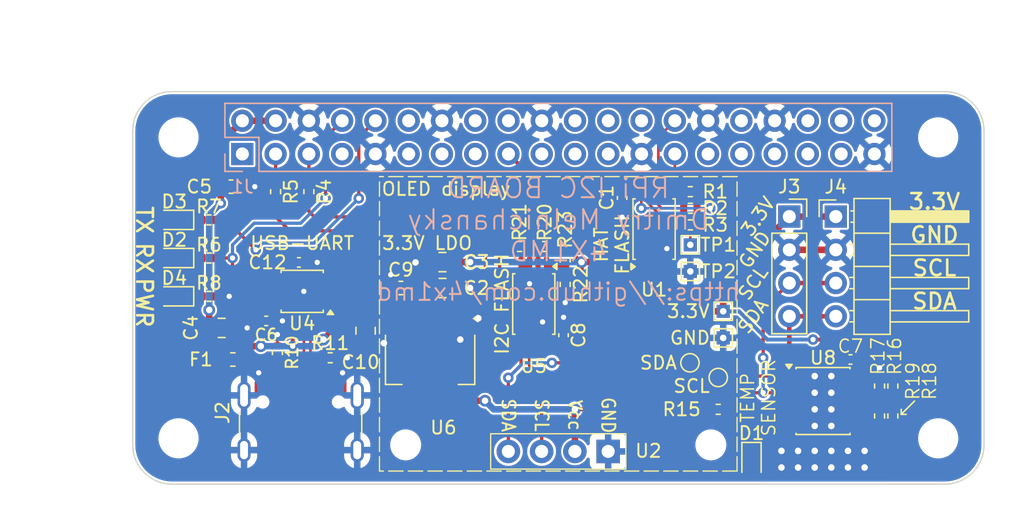
<source format=kicad_pcb>
(kicad_pcb (version 20241229) (generator "pcbnew") (generator_version "9.0")
  (title_block (title "Raspberry Pi I2C Board") (date "2025-12-28") (rev "1.0") (comment 1 "https://github.com/4x1md/rpi_zero_i2c_board") (comment 2 "4X1MD") (comment 3 "Dmitry Melnichansky") (comment 4 "Designed by"))
  (layers (0 "F.Cu" signal) (2 "B.Cu" jumper) (13 "F.Paste" user) (15 "B.Paste" user) (5 "F.SilkS" user "F.Silkscreen") (7 "B.SilkS" user "B.Silkscreen") (1 "F.Mask" user) (3 "B.Mask" user) (25 "Edge.Cuts" user))
  (net 0 "")
  (net 1 "GND")
  (net 2 "/GPIO2{slash}SDA1")
  (net 3 "/GPIO3{slash}SCL1")
  (net 4 "/GPIO4{slash}GPCLK0")
  (net 5 "/GPIO14{slash}TXD0")
  (net 6 "/GPIO15{slash}RXD0")
  (net 7 "/GPIO17")
  (net 8 "/GPIO18{slash}PCM.CLK")
  (net 9 "/GPIO27")
  (net 10 "/GPIO22")
  (net 11 "/GPIO23")
  (net 12 "/GPIO26")
  (net 13 "/GPIO24")
  (net 14 "/GPIO10{slash}SPI0.MOSI")
  (net 15 "/GPIO9{slash}SPI0.MISO")
  (net 16 "/GPIO25")
  (net 17 "/GPIO11{slash}SPI0.SCLK")
  (net 18 "/GPIO8{slash}SPI0.CE0")
  (net 19 "/GPIO7{slash}SPI0.CE1")
  (net 20 "/ID_SDA")
  (net 21 "/ID_SCL")
  (net 22 "/GPIO5")
  (net 23 "/GPIO6")
  (net 24 "/GPIO12{slash}PWM0")
  (net 25 "/GPIO13{slash}PWM1")
  (net 26 "/GPIO19{slash}PCM.FS")
  (net 27 "/GPIO16")
  (net 28 "/GPIO20{slash}PCM.DIN")
  (net 29 "/GPIO21{slash}PCM.DOUT")
  (net 30 "+5V")
  (net 31 "+3V3")
  (net 32 "/U1_WP")
  (net 33 "/SCL")
  (net 34 "/SDA")
  (net 35 "Net-(U5-A1)")
  (net 39 "Net-(U5-A0)")
  (net 42 "/CC2")
  (net 43 "/CC1")
  (net 44 "/USB_D+")
  (net 45 "/USB_D-")
  (net 46 "/VBUS")
  (net 47 "/TMP_A0")
  (net 48 "Net-(D1-A)")
  (net 49 "Net-(D1-K)")
  (net 50 "/TMP_A1")
  (net 51 "+3V3_ID")
  (net 52 "+3V3_RPI")
  (net 53 "/V3")
  (net 54 "Net-(D2-K)")
  (net 55 "Net-(D3-K)")
  (net 56 "Net-(D4-K)")
  (footprint "Resistor_SMD:R_0402_1005Metric" (layer "F.Cu") (at 113.45 77.65 -90)
    (property "Reference" "R4")
    (property "Value" "10")
  )
  (footprint "Resistor_SMD:R_0402_1005Metric" (layer "F.Cu") (at 105.8185 85.649)
    (property "Reference" "R8")
    (property "Value" "1K")
  )
  (footprint "Capacitor_SMD:C_0805_2012Metric" (layer "F.Cu") (at 123.6474 83.0328 180)
    (property "Reference" "C3")
    (property "Value" "22u")
  )
  (footprint "Footprints:MountingHole_2.7mm_M2.5_SolderMaskOpening" (layer "F.Cu") (at 161.5 73.5)
    (property "Reference" "MH2" (hide yes))
    (property "Value" "M2.5")
  )
  (footprint "Resistor_SMD:R_0402_1005Metric" (layer "F.Cu") (at 133.02 82.863 -90)
    (property "Reference" "R22")
    (property "Value" "0")
  )
  (footprint "Resistor_SMD:R_0402_1005Metric" (layer "F.Cu") (at 105.8185 79.807)
    (property "Reference" "R7")
    (property "Value" "1K")
  )
  (footprint "TestPoint:TestPoint_THTPad_1.0x1.0mm_Drill0.5mm" (layer "F.Cu") (at 142.572 83.744)
    (property "Reference" "TP2")
    (property "Value" "ID SCL")
  )
  (footprint "Connector_PinHeader_2.54mm:PinHeader_1x04_P2.54mm_Horizontal" (layer "F.Cu") (at 153.68 79.553)
    (property "Reference" "J4")
    (property "Value" "1x4 2.54mm RA")
  )
  (footprint "Capacitor_SMD:C_0402_1005Metric" (layer "F.Cu") (at 112.6894 83.056 180)
    (property "Reference" "C12")
    (property "Value" "100n")
  )
  (footprint "Resistor_SMD:R_0402_1005Metric" (layer "F.Cu") (at 144.702 94.285)
    (property "Reference" "R15")
    (property "Value" "1K")
  )
  (footprint "LED_SMD:LED_0603_1608Metric" (layer "F.Cu") (at 147.244 98.2982 -90)
    (property "Reference" "D1")
    (property "Value" "SML-310PT")
  )
  (footprint "Resistor_SMD:R_0402_1005Metric" (layer "F.Cu") (at 129.5382 81.839 180)
    (property "Reference" "R21")
    (property "Value" "0")
  )
  (footprint "LED_SMD:LED_0603_1608Metric" (layer "F.Cu") (at 103.175 79.807 180)
    (property "Reference" "D3")
    (property "Value" "SML-310MTT86")
  )
  (footprint "LED_SMD:LED_0603_1608Metric" (layer "F.Cu") (at 103.175 82.72 180)
    (property "Reference" "D2")
    (property "Value" "SML-310PT")
  )
  (footprint "Resistor_SMD:R_0402_1005Metric" (layer "F.Cu") (at 105.8185 82.72)
    (property "Reference" "R6")
    (property "Value" "1K")
  )
  (footprint "Capacitor_SMD:C_0603_1608Metric" (layer "F.Cu") (at 120.4736 85.014 180)
    (property "Reference" "C9")
    (property "Value" "100n")
  )
  (footprint "Connector_USB:USB_C_Receptacle_GCT_USB4105-xx-A_16P_TopMnt_Horizontal" (layer "F.Cu") (at 112.82 96.325)
    (property "Reference" "J2")
    (property "Value" "USB4105-GF-A-120")
  )
  (footprint "Resistor_SMD:R_0402_1005Metric" (layer "F.Cu") (at 111.049 89.9416 -90)
    (property "Reference" "R10")
    (property "Value" "5.1K")
  )
  (footprint "Resistor_SMD:R_0402_1005Metric" (layer "F.Cu") (at 157.023 94.795 -90)
    (property "Reference" "R19")
    (property "Value" "0")
  )
  (footprint "Capacitor_SMD:C_0805_2012Metric" (layer "F.Cu") (at 106.7914 88.062)
    (property "Reference" "C4")
    (property "Value" "1u")
  )
  (footprint "Resistor_SMD:R_0402_1005Metric" (layer "F.Cu") (at 115.08 90.343 180)
    (property "Reference" "R11")
    (property "Value" "5.1K")
  )
  (footprint "Resistor_SMD:R_0402_1005Metric" (layer "F.Cu") (at 131.457 81.839 180)
    (property "Reference" "R20")
    (property "Value" "0")
  )
  (footprint "TestPoint:TestPoint_Pad_D1.0mm" (layer "F.Cu") (at 142.545 90.729)
    (property "Reference" "TP5" (hide yes))
    (property "Value" "SDA")
  )
  (footprint "Resistor_SMD:R_0402_1005Metric" (layer "F.Cu") (at 157.023 92.505 90)
    (property "Reference" "R17")
    (property "Value" "0")
  )
  (footprint "Capacitor_SMD:C_0402_1005Metric" (layer "F.Cu") (at 137.365 78.128 -90)
    (property "Reference" "C1")
    (property "Value" "100n")
  )
  (footprint "Resistor_SMD:R_0402_1005Metric" (layer "F.Cu") (at 133.02 84.7366 -90)
    (property "Reference" "R23")
    (property "Value" "0")
  )
  (footprint "TestPoint:TestPoint_THTPad_1.0x1.0mm_Drill0.5mm" (layer "F.Cu") (at 145.085 88.824)
    (property "Reference" "TP4" (hide yes))
    (property "Value" "GND")
  )
  (footprint "Capacitor_SMD:C_0805_2012Metric" (layer "F.Cu") (at 123.6576 85.014)
    (property "Reference" "C2")
    (property "Value" "22u")
  )
  (footprint "TestPoint:TestPoint_THTPad_1.0x1.0mm_Drill0.5mm" (layer "F.Cu") (at 145.085 86.792)
    (property "Reference" "TP3" (hide yes))
    (property "Value" "3V3")
  )
  (footprint "Capacitor_SMD:C_0805_2012Metric" (layer "F.Cu") (at 117.78 88.275 -90)
    (property "Reference" "C10")
    (property "Value" "1u")
  )
  (footprint "Footprints:MountingHole_2.7mm_M2.5_SolderMaskOpening" (layer "F.Cu") (at 103.5 96.5)
    (property "Reference" "MH3" (hide yes))
    (property "Value" "M2.5")
  )
  (footprint "Resistor_SMD:R_0402_1005Metric" (layer "F.Cu") (at 110.91 77.65 -90)
    (property "Reference" "R5")
    (property "Value" "10")
  )
  (footprint "Fuse:Fuse_0603_1608Metric" (layer "F.Cu") (at 107.6461 90.475)
    (property "Reference" "F1")
    (property "Value" "0.5A")
  )
  (footprint "Footprints:MountingHole_2.7mm_M2.5_SolderMaskOpening" (layer "F.Cu") (at 103.5 73.5)
    (property "Reference" "MH1" (hide yes))
    (property "Value" "M2.5")
  )
  (footprint "Package_SO:SO-8_3.9x4.9mm_P1.27mm" (layer "F.Cu") (at 152.705 93.65)
    (property "Reference" "U8")
    (property "Value" "TMP1075D")
  )
  (footprint "TestPoint:TestPoint_Pad_D1.0mm" (layer "F.Cu") (at 144.704 91.85)
    (property "Reference" "TP6" (hide yes))
    (property "Value" "SDA")
  )
  (footprint "Connector_PinSocket_2.54mm:PinSocket_1x04_P2.54mm_Vertical" (layer "F.Cu") (at 150.13 79.553)
    (property "Reference" "J3")
    (property "Value" "1x4 2.54mm")
  )
  (footprint "Resistor_SMD:R_0402_1005Metric" (layer "F.Cu") (at 158.039 92.505 -90)
    (property "Reference" "R16")
    (property "Value" "0")
  )
  (footprint "Capacitor_SMD:C_0402_1005Metric" (layer "F.Cu") (at 154.8 90.475 180)
    (property "Reference" "C7")
    (property "Value" "100n")
  )
  (footprint "Resistor_SMD:R_0402_1005Metric" (layer "F.Cu") (at 142.574 78.918 180)
    (property "Reference" "R2")
    (property "Value" "3.9K")
  )
  (footprint "Capacitor_SMD:C_0402_1005Metric" (layer "F.Cu") (at 132.893 88.618 90)
    (property "Reference" "C8")
    (property "Value" "100n")
  )
  (footprint "Footprints:MountingHole_2.7mm_M2.5_SolderMaskOpening" (layer "F.Cu") (at 161.5 96.5)
    (property "Reference" "MH4" (hide yes))
    (property "Value" "M2.5")
  )
  (footprint "Package_SO:TSSOP-8_4.4x3mm_P0.65mm" (layer "F.Cu") (at 130.622 86.2355 -90)
    (property "Reference" "U5")
    (property "Value" "CAT24C256")
  )
  (footprint "Resistor_SMD:R_0402_1005Metric" (layer "F.Cu") (at 158.039 94.791 -90)
    (property "Reference" "R18")
    (property "Value" "0")
  )
  (footprint "Package_TO_SOT_SMD:SOT-223-3_TabPin2" (layer "F.Cu") (at 122.7076 90.475 -90)
    (property "Reference" "U6")
    (property "Value" "AMS1117-3.3")
  )
  (footprint "LED_SMD:LED_0603_1608Metric" (layer "F.Cu") (at 103.175 85.649 180)
    (property "Reference" "D4")
    (property "Value" "SML-310MTT86")
  )
  (footprint "TestPoint:TestPoint_THTPad_1.0x1.0mm_Drill0.5mm" (layer "F.Cu") (at 142.572 81.712)
    (property "Reference" "TP1")
    (property "Value" "ID SDA")
  )
  (footprint "Capacitor_SMD:C_0603_1608Metric" (layer "F.Cu") (at 107.506 77.267)
    (property "Reference" "C5")
    (property "Value" "100n")
  )
  (footprint "Capacitor_SMD:C_0402_1005Metric" (layer "F.Cu") (at 110.1922 87.5264)
    (property "Reference" "C6")
    (property "Value" "100n")
  )
  (footprint "Package_SO:MSOP-10_3x3mm_P0.5mm" (layer "F.Cu") (at 112.938 85.268 180)
    (property "Reference" "U4")
    (property "Value" "CH340X")
  )
  (footprint "Package_SO:TSSOP-8_4.4x3mm_P0.65mm" (layer "F.Cu") (at 139.807 80.5105 90)
    (property "Reference" "U1")
    (property "Value" "CAT24C256")
  )
  (footprint "Resistor_SMD:R_0402_1005Metric" (layer "F.Cu") (at 142.572 77.648 180)
    (property "Reference" "R1")
    (property "Value" "3.9K")
  )
  (footprint "Resistor_SMD:R_0402_1005Metric" (layer "F.Cu") (at 142.574 80.188 180)
    (property "Reference" "R3")
    (property "Value" "5.1K")
  )
  (footprint "Footprints:OLED_0.96_128X64_I2C_2MH" (layer "F.Cu") (at 132.49 87.75 180)
    (property "Reference" "U2")
    (property "Value" "OLED_0.96_128X64_I2C")
  )
  (footprint "Connector_PinSocket_2.54mm:PinSocket_2x20_P2.54mm_Vertical" (layer "B.Cu") (at 108.37 74.77 -90)
    (property "Reference" "J1")
    (property "Value" "GPIO")
  )
  (gr_line (start 158.6735 94.6665) (end 158.6735 94.285) (stroke (width 0.12)) (layer "F.SilkS"))
  (gr_line (start 159.055 94.6665) (end 158.6735 94.6665) (stroke (width 0.12)) (layer "F.SilkS"))
  (gr_line (start 158.6735 94.6665) (end 159.6905 93.6495) (stroke (width 0.12)) (layer "F.SilkS"))
  (gr_arc (start 162 70) (mid 164.12132 70.87868) (end 165 73) (stroke (width 0.1)) (layer "Edge.Cuts"))
  (gr_line (start 165 97) (end 165 73) (stroke (width 0.1)) (layer "Edge.Cuts"))
  (gr_line (start 100 73) (end 100 97) (stroke (width 0.1)) (layer "Edge.Cuts"))
  (gr_arc (start 103 100) (mid 100.87868 99.12132) (end 100 97) (stroke (width 0.1)) (layer "Edge.Cuts"))
  (gr_line (start 103 100) (end 162 100) (stroke (width 0.1)) (layer "Edge.Cuts"))
  (gr_arc (start 165 97) (mid 164.12132 99.12132) (end 162 100) (stroke (width 0.1)) (layer "Edge.Cuts"))
  (gr_arc (start 100 73) (mid 100.87868 70.87868) (end 103 70) (stroke (width 0.1)) (layer "Edge.Cuts"))
  (gr_line (start 162 70) (end 103 70) (stroke (width 0.1)) (layer "Edge.Cuts"))
  (gr_text "3.3V LDO" (at 122.479 81.585 0) (layer "F.SilkS") (effects (font (size 1 1))))
  (gr_text "3.3V" (at 161.214 78.41 0) (layer "F.SilkS") (effects (font (size 1.2 1.2) (thickness 0.2) (bold yes))))
  (gr_text "GND" (at 142.545 88.824 0) (layer "F.SilkS") (effects (font (size 1 1))))
  (gr_text "SCL" (at 147.371 84.633 55) (layer "F.SilkS") (effects (font (size 1 1))))
  (gr_text "TX" (at 100.889 79.807 270) (layer "F.SilkS") (effects (font (size 1.2 1.2) (thickness 0.2) (bold yes))))
  (gr_text "SDA" (at 161.214 86.03 0) (layer "F.SilkS") (effects (font (size 1.2 1.2) (thickness 0.2) (bold yes))))
  (gr_text "I2C FLASH" (at 128.194 86.2355 90) (layer "F.SilkS") (effects (font (size 1 1))))
  (gr_text "SCL" (at 142.672 92.507 0) (layer "F.SilkS") (effects (font (size 1 1))))
  (gr_text "GND" (at 161.214 80.95 0) (layer "F.SilkS") (effects (font (size 1.2 1.2) (thickness 0.2) (bold yes))))
  (gr_text "SCL" (at 161.214 83.49 0) (layer "F.SilkS") (effects (font (size 1.2 1.2) (thickness 0.2) (bold yes))))
  (gr_text "SDA" (at 147.371 87.173 55) (layer "F.SilkS") (effects (font (size 1 1))))
  (gr_text "3.3V" (at 147.752 79.553 55) (layer "F.SilkS") (effects (font (size 1 1))))
  (gr_text "PWR" (at 100.889 86.124 270) (layer "F.SilkS") (effects (font (size 1.2 1.2) (thickness 0.2) (bold yes))))
  (gr_text "TEMP\nSENSOR" (at 147.752 93.396 90) (layer "F.SilkS") (effects (font (size 1 1) (thickness 0.12))))
  (gr_text "OLED display" (at 118.923 78.029 0) (layer "F.SilkS") (effects (font (size 1 1)) (justify left bottom)))
  (gr_text "SDA" (at 140.132 90.729 0) (layer "F.SilkS") (effects (font (size 1 1))))
  (gr_text "HAT\nFLASH" (at 136.576 81.712 90) (layer "F.SilkS") (effects (font (size 1 1))))
  (gr_text "GND" (at 147.498 82.093 55) (layer "F.SilkS") (effects (font (size 1 1))))
  (gr_text "USB-UART" (at 112.938 81.585 0) (layer "F.SilkS") (effects (font (size 1 1))))
  (gr_text "3.3V" (at 142.418 86.792 0) (layer "F.SilkS") (effects (font (size 1 1))))
  (gr_text "RX" (at 100.889 82.72 270) (layer "F.SilkS") (effects (font (size 1.2 1.2) (thickness 0.2) (bold yes))))
  (gr_text "RPi I2C BOARD\nDmitry Melnichansky\n4X1MD" (at 132.5 79.8 0) (layer "B.SilkS") (effects (font (size 1.5 1.5)) (justify mirror)))
  (gr_text "https://github.com/4x1md" (at 132.5 85.3 0) (layer "B.SilkS") (effects (font (size 1.35 1.35)) (justify mirror)))
  (segment (start 155.28 95.555) (end 153.34 95.555) (width 0.35) (layer "F.Cu") (net 1))
  (segment (start 107.7414 88.062) (end 108.7376 88.062) (width 0.35) (layer "F.Cu") (net 1))
  (segment (start 137.365 78.608) (end 137.365 79.598) (width 0.3) (layer "F.Cu") (net 1))
  (segment (start 119.6986 83.9986) (end 119.6986 85.014) (width 0.35) (layer "F.Cu") (net 1))
  (segment (start 109.3224 77.267) (end 108.281 77.267) (width 0.35) (layer "F.Cu") (net 1))
  (segment (start 133.02 85.2466) (end 133.02 86.1316) (width 0.25) (layer "F.Cu") (net 1))
  (segment (start 150.13 82.093) (end 153.68 82.093) (width 0.5) (layer "F.Cu") (net 1))
  (segment (start 113.1694 83.056) (end 114.0864 83.056) (width 0.25) (layer "F.Cu") (net 1))
  (segment (start 153.34 91.745) (end 153.34 90.856) (width 0.3) (layer "F.Cu") (net 1))
  (segment (start 126.3906 87.325) (end 125.0076 87.325) (width 0.5) (layer "F.Cu") (net 1))
  (segment (start 111.049 89.4316) (end 111.049 88.57) (width 0.2) (layer "F.Cu") (net 1))
  (segment (start 122.7076 83.0582) (end 121.59 83.0582) (width 0.5) (layer "F.Cu") (net 1))
  (segment (start 154.32 90.475) (end 153.721 90.475) (width 0.3) (layer "F.Cu") (net 1))
  (segment (start 109.62 92.645) (end 109.62 91.491) (width 0.35) (layer "F.Cu") (net 1))
  (segment (start 139.482 83.373) (end 140.132 83.373) (width 0.25) (layer "F.Cu") (net 1))
  (segment (start 138.832 83.373) (end 139.482 83.373) (width 0.25) (layer "F.Cu") (net 1))
  (segment (start 117.78 89.225) (end 119.177 89.225) (width 0.5) (layer "F.Cu") (net 1))
  (segment (start 150.13 95.555) (end 152.07 95.555) (width 0.35) (layer "F.Cu") (net 1))
  (segment (start 157.023 95.305) (end 156.511 95.305) (width 0.2) (layer "F.Cu") (net 1))
  (segment (start 124.6076 85.014) (end 125.7556 85.014) (width 0.5) (layer "F.Cu") (net 1))
  (segment (start 132.893 87.2492) (end 132.893 88.138) (width 0.25) (layer "F.Cu") (net 1))
  (segment (start 125.0076 88.951) (end 125.0076 87.325) (width 0.5) (layer "F.Cu") (net 1))
  (segment (start 157.023 91.11) (end 157.023 91.995) (width 0.2) (layer "F.Cu") (net 1))
  (segment (start 106.3285 85.649) (end 107.366 85.649) (width 0.25) (layer "F.Cu") (net 1))
  (segment (start 140.132 83.373) (end 140.782 83.373) (width 0.25) (layer "F.Cu") (net 1))
  (segment (start 153.34 90.856) (end 153.721 90.475) (width 0.3) (layer "F.Cu") (net 1))
  (segment (start 115.59 90.343) (end 116.383 90.343) (width 0.2) (layer "F.Cu") (net 1))
  (segment (start 116.02 92.645) (end 116.02 91.491) (width 0.35) (layer "F.Cu") (net 1))
  (segment (start 110.6722 87.5264) (end 111.43 87.5264) (width 0.25) (layer "F.Cu") (net 1))
  (segment (start 129.647 83.373) (end 129.647 82.4578) (width 0.25) (layer "F.Cu") (net 1))
  (segment (start 155.28 95.555) (end 156.261 95.555) (width 0.2) (layer "F.Cu") (net 1))
  (segment (start 115.0505 85.268) (end 113.065 85.268) (width 0.25) (layer "F.Cu") (net 1))
  (segment (start 130.947 89.098) (end 130.947 87.9506) (width 0.25) (layer "F.Cu") (net 1))
  (segment (start 140.782 83.373) (end 140.782 82) (width 0.25) (layer "F.Cu") (net 1))
  (segment (start 129.647 82.4578) (end 129.0282 81.839) (width 0.25) (layer "F.Cu") (net 1))
  (segment (start 130.947 87.9506) (end 131.2928 87.6048) (width 0.25) (layer "F.Cu") (net 1))
  (segment (start 130.297 83.373) (end 130.297 84.6838) (width 0.25) (layer "F.Cu") (net 1))
  (segment (start 129.647 83.373) (end 130.297 83.373) (width 0.25) (layer "F.Cu") (net 1))
  (segment (start 156.511 95.305) (end 156.261 95.555) (width 0.2) (layer "F.Cu") (net 1))
  (via (at 153.34 94.285) (size 0.9) (drill 0.5) (layers "F.Cu" "B.Cu") (net 1))
  (via (at 153.34 98.73) (size 0.9) (drill 0.5) (layers "F.Cu" "B.Cu") (net 1))
  (via (at 132.893 87.2492) (size 0.8) (drill 0.4) (layers "F.Cu" "B.Cu") (net 1))
  (via (at 157.023 91.11) (size 0.8) (drill 0.4) (layers "F.Cu" "B.Cu") (net 1))
  (via (at 109.3224 77.267) (size 0.8) (drill 0.4) (layers "F.Cu" "B.Cu") (net 1))
  (via (at 155.88 97.46) (size 0.9) (drill 0.5) (layers "F.Cu" "B.Cu") (net 1))
  (via (at 109.62 91.491) (size 0.8) (drill 0.4) (layers "F.Cu" "B.Cu") (net 1))
  (via (at 113.065 85.268) (size 0.8) (drill 0.4) (layers "F.Cu" "B.Cu") (net 1))
  (via (at 137.365 79.598) (size 0.8) (drill 0.4) (layers "F.Cu" "B.Cu") (net 1))
  (via (at 154.61 97.46) (size 0.9) (drill 0.5) (layers "F.Cu" "B.Cu") (net 1))
  (via (at 153.34 91.745) (size 0.9) (drill 0.5) (layers "F.Cu" "B.Cu") (net 1))
  (via (at 111.43 87.5264) (size 0.8) (drill 0.4) (layers "F.Cu" "B.Cu") (net 1))
  (via (at 154.61 98.73) (size 0.9) (drill 0.5) (layers "F.Cu" "B.Cu") (net 1))
  (via (at 153.34 93.015) (size 0.9) (drill 0.5) (layers "F.Cu" "B.Cu") (net 1))
  (via (at 152.07 93.015) (size 0.9) (drill 0.5) (layers "F.Cu" "B.Cu") (net 1))
  (via (at 126.3906 87.325) (size 0.9) (drill 0.5) (layers "F.Cu" "B.Cu") (net 1))
  (via (at 114.0864 83.056) (size 0.8) (drill 0.4) (layers "F.Cu" "B.Cu") (net 1))
  (via (at 108.7376 88.062) (size 0.8) (drill 0.4) (layers "F.Cu" "B.Cu") (net 1))
  (via (at 150.8 97.46) (size 0.9) (drill 0.5) (layers "F.Cu" "B.Cu") (net 1))
  (via (at 130.297 84.6838) (size 0.8) (drill 0.4) (layers "F.Cu" "B.Cu") (net 1))
  (via (at 140.782 82) (size 0.8) (drill 0.4) (layers "F.Cu" "B.Cu") (net 1))
  (via (at 116.383 90.343) (size 0.8) (drill 0.4) (layers "F.Cu" "B.Cu") (net 1))
  (via (at 152.07 91.745) (size 0.9) (drill 0.5) (layers "F.Cu" "B.Cu") (net 1))
  (via (at 116.02 91.491) (size 0.8) (drill 0.4) (layers "F.Cu" "B.Cu") (net 1))
  (via (at 149.53 97.46) (size 0.9) (drill 0.5) (layers "F.Cu" "B.Cu") (net 1))
  (via (at 152.07 95.555) (size 0.9) (drill 0.5) (layers "F.Cu" "B.Cu") (net 1))
  (via (at 149.53 98.73) (size 0.9) (drill 0.5) (layers "F.Cu" "B.Cu") (net 1))
  (via (at 111.049 88.57) (size 0.8) (drill 0.4) (layers "F.Cu" "B.Cu") (net 1))
  (via (at 152.07 94.285) (size 0.9) (drill 0.5) (layers "F.Cu" "B.Cu") (net 1))
  (via (at 107.366 85.649) (size 0.8) (drill 0.4) (layers "F.Cu" "B.Cu") (net 1))
  (via (at 153.34 95.555) (size 0.9) (drill 0.5) (layers "F.Cu" "B.Cu") (net 1))
  (via (at 133.02 86.1316) (size 0.8) (drill 0.4) (layers "F.Cu" "B.Cu") (net 1))
  (via (at 152.07 98.73) (size 0.9) (drill 0.5) (layers "F.Cu" "B.Cu") (net 1))
  (via (at 155.88 98.73) (size 0.9) (drill 0.5) (layers "F.Cu" "B.Cu") (net 1))
  (via (at 152.07 97.46) (size 0.9) (drill 0.5) (layers "F.Cu" "B.Cu") (net 1))
  (via (at 119.177 89.225) (size 0.9) (drill 0.5) (layers "F.Cu" "B.Cu") (net 1))
  (via (at 131.2928 87.6048) (size 0.8) (drill 0.4) (layers "F.Cu" "B.Cu") (net 1))
  (via (at 119.6986 83.9986) (size 0.8) (drill 0.4) (layers "F.Cu" "B.Cu") (net 1))
  (via (at 150.8 98.73) (size 0.9) (drill 0.5) (layers "F.Cu" "B.Cu") (net 1))
  (via (at 125.0076 88.951) (size 0.9) (drill 0.5) (layers "F.Cu" "B.Cu") (net 1))
  (via (at 153.34 97.46) (size 0.9) (drill 0.5) (layers "F.Cu" "B.Cu") (net 1))
  (via (at 121.59 83.0582) (size 0.9) (drill 0.5) (layers "F.Cu" "B.Cu") (net 1))
  (via (at 125.7556 85.014) (size 0.9) (drill 0.5) (layers "F.Cu" "B.Cu") (net 1))
  (segment (start 110.91 74.77) (end 110.91 77.14) (width 0.25) (layer "F.Cu") (net 2))
  (segment (start 113.45 74.77) (end 113.45 77.14) (width 0.25) (layer "F.Cu") (net 3))
  (segment (start 115.99 72.23) (end 114.72 73.5) (width 0.25) (layer "F.Cu") (net 5))
  (segment (start 110.8255 85.768) (end 109.017 85.768) (width 0.25) (layer "F.Cu") (net 5))
  (segment (start 114.72 73.5) (end 114.72 77.775) (width 0.25) (layer "F.Cu") (net 5))
  (segment (start 106.3285 82.72) (end 107.62 82.72) (width 0.25) (layer "F.Cu") (net 5))
  (segment (start 107.62 82.72) (end 107.62 84.371) (width 0.25) (layer "F.Cu") (net 5))
  (segment (start 107.62 84.371) (end 109.017 85.768) (width 0.25) (layer "F.Cu") (net 5))
  (via (at 107.62 82.72) (size 0.8) (drill 0.4) (layers "F.Cu" "B.Cu") (net 5))
  (via (at 114.72 78.16) (size 0.8) (drill 0.4) (layers "F.Cu" "B.Cu") (net 5))
  (segment (start 112.819 80.061) (end 109.271 80.061) (width 0.25) (layer "B.Cu") (net 5))
  (segment (start 114.72 78.16) (end 112.819 80.061) (width 0.25) (layer "B.Cu") (net 5))
  (segment (start 107.62 82.72) (end 107.62 81.712) (width 0.25) (layer "B.Cu") (net 5))
  (segment (start 107.62 81.712) (end 109.271 80.061) (width 0.25) (layer "B.Cu") (net 5))
  (segment (start 106.3285 79.807) (end 107.112 79.807) (width 0.25) (layer "F.Cu") (net 6))
  (segment (start 109.398 84.955) (end 109.398 82.093) (width 0.25) (layer "F.Cu") (net 6))
  (segment (start 117.26 77.775) (end 117.26 73.5) (width 0.25) (layer "F.Cu") (net 6))
  (segment (start 117.26 73.5) (end 118.53 72.23) (width 0.25) (layer "F.Cu") (net 6))
  (segment (start 109.711 85.268) (end 109.398 84.955) (width 0.25) (layer "F.Cu") (net 6))
  (segment (start 107.112 79.807) (end 109.398 82.093) (width 0.25) (layer "F.Cu") (net 6))
  (segment (start 110.8255 85.268) (end 109.711 85.268) (width 0.25) (layer "F.Cu") (net 6))
  (via (at 117.26 78.16) (size 0.8) (drill 0.4) (layers "F.Cu" "B.Cu") (net 6))
  (via (at 109.398 82.093) (size 0.8) (drill 0.4) (layers "F.Cu" "B.Cu") (net 6))
  (segment (start 109.91 81.581) (end 109.398 82.093) (width 0.25) (layer "B.Cu") (net 6))
  (segment (start 113.839 81.581) (end 109.91 81.581) (width 0.25) (layer "B.Cu") (net 6))
  (segment (start 117.26 78.16) (end 113.839 81.581) (width 0.25) (layer "B.Cu") (net 6))
  (segment (start 140.782 77.648) (end 142.062 77.648) (width 0.2) (layer "F.Cu") (net 20))
  (segment (start 142.064 77.648) (end 140.782 77.648) (width 0.2) (layer "F.Cu") (net 20))
  (segment (start 140.782 76.605) (end 141.39 75.997) (width 0.2) (layer "F.Cu") (net 20))
  (segment (start 141.39 74.77) (end 141.39 75.997) (width 0.2) (layer "F.Cu") (net 20))
  (segment (start 140.782 77.648) (end 140.782 76.605) (width 0.2) (layer "F.Cu") (net 20))
  (segment (start 140.132 78.664) (end 140.132 77.648) (width 0.2) (layer "F.Cu") (net 21))
  (segment (start 140.132 73.488) (end 140.132 77.648) (width 0.2) (layer "F.Cu") (net 21))
  (segment (start 141.39 72.23) (end 140.132 73.488) (width 0.2) (layer "F.Cu") (net 21))
  (segment (start 140.386 78.918) (end 140.132 78.664) (width 0.2) (layer "F.Cu") (net 21))
  (segment (start 142.064 78.918) (end 140.386 78.918) (width 0.2) (layer "F.Cu") (net 21))
  (segment (start 112.2174 84.76) (end 112.2174 83.064) (width 0.3) (layer "F.Cu") (net 30))
  (segment (start 117.78 87.325) (end 116.196 87.325) (width 0.5) (layer "F.Cu") (net 30))
  (segment (start 109.779 89.459) (end 107.8746 89.459) (width 0.5) (layer "F.Cu") (net 30))
  (segment (start 107.8746 89.459) (end 106.8586 90.475) (width 0.5) (layer "F.Cu") (net 30))
  (segment (start 105.8414 88.062) (end 105.8414 89.4578) (width 0.5) (layer "F.Cu") (net 30))
  (segment (start 117.78 87.325) (end 120.4076 87.325) (width 0.5) (layer "F.Cu") (net 30))
  (segment (start 112.2174 83.064) (end 112.2094 83.056) (width 0.25) (layer "F.Cu") (net 30))
  (segment (start 112.2174 84.76) (end 112.2174 89.459) (width 0.3) (layer "F.Cu") (net 30))
  (segment (start 106.731 78.283) (end 106.731 77.267) (width 0.5) (layer "F.Cu") (net 30))
  (segment (start 110.91 72.23) (end 108.37 72.23) (width 0.5) (layer "F.Cu") (net 30))
  (segment (start 106.731 77.267) (end 106.731 73.869) (width 0.5) (layer "F.Cu") (net 30))
  (segment (start 112.2094 84.768) (end 112.2174 84.76) (width 0.25) (layer "F.Cu") (net 30))
  (segment (start 108.37 72.23) (end 106.731 73.869) (width 0.5) (layer "F.Cu") (net 30))
  (segment (start 116.196 87.325) (end 114.57 88.951) (width 0.5) (layer "F.Cu") (net 30))
  (segment (start 105.8414 88.316) (end 105.8414 86.6904) (width 0.5) (layer "F.Cu") (net 30))
  (segment (start 110.8255 84.768) (end 112.2094 84.768) (width 0.25) (layer "F.Cu") (net 30))
  (segment (start 105.8414 89.4578) (end 106.8586 90.475) (width 0.5) (layer "F.Cu") (net 30))
  (via (at 109.779 89.459) (size 0.9) (drill 0.5) (layers "F.Cu" "B.Cu") (net 30))
  (via (at 106.731 78.537) (size 0.8) (drill 0.4) (layers "F.Cu" "B.Cu") (net 30))
  (via (at 105.8414 86.6904) (size 0.9) (drill 0.5) (layers "F.Cu" "B.Cu") (net 30))
  (via (at 112.2174 89.459) (size 0.8) (drill 0.4) (layers "F.Cu" "B.Cu") (net 30))
  (via (at 114.57 88.951) (size 0.9) (drill 0.5) (layers "F.Cu" "B.Cu") (net 30))
  (segment (start 105.8414 86.6904) (end 105.8414 79.4266) (width 0.5) (layer "B.Cu") (net 30))
  (segment (start 105.8414 79.4266) (end 106.731 78.537) (width 0.5) (layer "B.Cu") (net 30))
  (segment (start 109.779 89.459) (end 114.062 89.459) (width 0.5) (layer "B.Cu") (net 30))
  (segment (start 114.062 89.459) (end 114.57 88.951) (width 0.5) (layer "B.Cu") (net 30))
  (segment (start 124.5974 83.0328) (end 124.5974 83.1242) (width 0.5) (layer "F.Cu") (net 31))
  (segment (start 155.28 89.84) (end 155.28 90.475) (width 0.3) (layer "F.Cu") (net 31))
  (segment (start 131.967 81.839) (end 132.506 81.839) (width 0.25) (layer "F.Cu") (net 31))
  (segment (start 145.085 84.598) (end 150.13 79.553) (width 0.5) (layer "F.Cu") (net 31))
  (segment (start 158.7375 93.523) (end 158.7375 92.6935) (width 0.2) (layer "F.Cu") (net 31))
  (segment (start 119.9386 93.625) (end 122.7076 93.625) (width 0.35) (layer "F.Cu") (net 31))
  (segment (start 151.943 88.951) (end 154.391 88.951) (width 0.3) (layer "F.Cu") (net 31))
  (segment (start 118.6436 94.92) (end 119.9386 93.625) (width 0.35) (layer "F.Cu") (net 31))
  (segment (start 157.404 90.221) (end 158.039 90.856) (width 0.2) (layer "F.Cu") (net 31))
  (segment (start 124.5974 83.1242) (end 122.7076 85.014) (width 0.5) (layer "F.Cu") (net 31))
  (segment (start 158.7375 93.523) (end 158.7375 93.5825) (width 0.2) (layer "F.Cu") (net 31))
  (segment (start 102.3875 79.807) (end 102.3875 82.72) (width 0.35) (layer "F.Cu") (net 31))
  (segment (start 158.039 90.856) (end 158.039 91.995) (width 0.2) (layer "F.Cu") (net 31))
  (segment (start 122.7076 93.625) (end 126.8982 93.625) (width 0.5) (layer "F.Cu") (net 31))
  (segment (start 155.28 90.475) (end 156.134 90.475) (width 0.2) (layer "F.Cu") (net 31))
  (segment (start 102.3875 82.72) (end 102.3875 85.649) (width 0.35) (layer "F.Cu") (net 31))
  (segment (start 131.597 89.098) (end 132.893 89.098) (width 0.35) (layer "F.Cu") (net 31))
  (segment (start 154.391 88.951) (end 155.28 89.84) (width 0.3) (layer "F.Cu") (net 31))
  (segment (start 102.3875 89.9415) (end 107.366 94.92) (width 0.35) (layer "F.Cu") (net 31))
  (segment (start 134.2646 83.0328) (end 135.7124 83.0328) (width 0.5) (layer "F.Cu") (net 31))
  (segment (start 102.3875 85.649) (end 102.3875 89.9415) (width 0.35) (layer "F.Cu") (net 31))
  (segment (start 132.506 81.839) (end 133.02 82.353) (width 0.25) (layer "F.Cu") (net 31))
  (segment (start 155.28 90.475) (end 155.28 91.745) (width 0.3) (layer "F.Cu") (net 31))
  (segment (start 133.5848 82.353) (end 134.2646 83.0328) (width 0.25) (layer "F.Cu") (net 31))
  (segment (start 139.4716 86.792) (end 145.085 86.792) (width 0.5) (layer "F.Cu") (net 31))
  (segment (start 134.2646 83.0328) (end 134.2646 88.2652) (width 0.35) (layer "F.Cu") (net 31))
  (segment (start 126.8982 93.625) (end 126.8986 93.6246) (width 0.5) (layer "F.Cu") (net 31))
  (segment (start 132.893 89.098) (end 133.4318 89.098) (width 0.35) (layer "F.Cu") (net 31))
  (segment (start 133.02 82.353) (end 133.5848 82.353) (width 0.25) (layer "F.Cu") (net 31))
  (segment (start 139.4716 86.792) (end 135.7124 83.0328) (width 0.5) (layer "F.Cu") (net 31))
  (segment (start 107.366 94.92) (end 118.6436 94.92) (width 0.35) (layer "F.Cu") (net 31))
  (segment (start 121.2486 85.014) (end 122.7076 85.014) (width 0.5) (layer "F.Cu") (net 31))
  (segment (start 122.7076 87.325) (end 122.7076 85.014) (width 0.5) (layer "F.Cu") (net 31))
  (segment (start 158.7375 93.5825) (end 158.039 94.281) (width 0.2) (layer "F.Cu") (net 31))
  (segment (start 133.4318 89.098) (end 134.2646 88.2652) (width 0.35) (layer "F.Cu") (net 31))
  (segment (start 133.76 97.5) (end 133.76 94.285) (width 0.5) (layer "F.Cu") (net 31))
  (segment (start 125.7556 83.0328) (end 124.5974 83.0328) (width 0.5) (layer "F.Cu") (net 31))
  (segment (start 157.404 90.221) (end 156.388 90.221) (width 0.2) (layer "F.Cu") (net 31))
  (segment (start 158.7375 92.6935) (end 158.039 91.995) (width 0.2) (layer "F.Cu") (net 31))
  (segment (start 150.13 79.553) (end 153.68 79.553) (width 0.5) (layer "F.Cu") (net 31))
  (segment (start 145.085 86.792) (end 145.085 84.598) (width 0.5) (layer "F.Cu") (net 31))
  (segment (start 156.388 90.221) (end 156.134 90.475) (width 0.2) (layer "F.Cu") (net 31))
  (segment (start 144.192 94.285) (end 133.76 94.285) (width 0.3) (layer "F.Cu") (net 31))
  (segment (start 122.7076 93.625) (end 122.7076 87.325) (width 0.5) (layer "F.Cu") (net 31))
  (via (at 151.943 88.951) (size 0.8) (drill 0.4) (layers "F.Cu" "B.Cu") (net 31))
  (via (at 125.7556 83.0328) (size 0.9) (drill 0.5) (layers "F.Cu" "B.Cu") (net 31))
  (via (at 134.2646 83.0328) (size 0.9) (drill 0.5) (layers "F.Cu" "B.Cu") (net 31))
  (via (at 133.76 94.285) (size 0.9) (drill 0.5) (layers "F.Cu" "B.Cu") (net 31))
  (via (at 126.8986 93.6246) (size 0.9) (drill 0.5) (layers "F.Cu" "B.Cu") (net 31))
  (segment (start 145.093 86.8) (end 146.3 86.8) (width 0.3) (layer "B.Cu") (net 31))
  (segment (start 127.559 94.285) (end 126.8986 93.6246) (width 0.5) (layer "B.Cu") (net 31))
  (segment (start 145.085 86.792) (end 145.093 86.8) (width 0.3) (layer "B.Cu") (net 31))
  (segment (start 146.3 86.8) (end 148.451 88.951) (width 0.3) (layer "B.Cu") (net 31))
  (segment (start 125.527 83.0328) (end 134.2646 83.0328) (width 0.5) (layer "B.Cu") (net 31))
  (segment (start 133.76 94.285) (end 127.559 94.285) (width 0.5) (layer "B.Cu") (net 31))
  (segment (start 148.451 88.951) (end 151.943 88.951) (width 0.3) (layer "B.Cu") (net 31))
  (segment (start 142.572 80.696) (end 142.064 80.188) (width 0.2) (layer "F.Cu") (net 32))
  (segment (start 139.482 77.648) (end 139.482 78.664) (width 0.2) (layer "F.Cu") (net 32))
  (segment (start 141.006 80.188) (end 139.482 78.664) (width 0.2) (layer "F.Cu") (net 32))
  (segment (start 142.064 80.188) (end 141.006 80.188) (width 0.2) (layer "F.Cu") (net 32))
  (segment (start 142.572 81.712) (end 142.572 80.696) (width 0.2) (layer "F.Cu") (net 32))
  (segment (start 145.6726 91.85) (end 144.704 91.85) (width 0.25) (layer "F.Cu") (net 33))
  (segment (start 131.22 97.5) (end 131.22 91.85) (width 0.25) (layer "F.Cu") (net 33))
  (segment (start 113.45 78.16) (end 113.45 79.16) (width 0.25) (layer "F.Cu") (net 33))
  (segment (start 113.8684 79.5784) (end 127.0764 79.5784) (width 0.25) (layer "F.Cu") (net 33))
  (segment (start 113.45 79.16) (end 113.8684 79.5784) (width 0.25) (layer "F.Cu") (net 33))
  (segment (start 148.133 90.348) (end 148.133 86.63) (width 0.25) (layer "F.Cu") (net 33))
  (segment (start 148.133 86.63) (end 150.13 84.633) (width 0.25) (layer "F.Cu") (net 33))
  (segment (start 130.297 90.927) (end 131.22 91.85) (width 0.25) (layer "F.Cu") (net 33))
  (segment (start 130.297 86.9138) (end 128.0162 84.633) (width 0.25) (layer "F.Cu") (net 33))
  (segment (start 150.13 84.633) (end 153.68 84.633) (width 0.35) (layer "F.Cu") (net 33))
  (segment (start 130.297 89.098) (end 130.297 90.927) (width 0.25) (layer "F.Cu") (net 33))
  (segment (start 127.0764 79.5784) (end 128.0162 80.5182) (width 0.25) (layer "F.Cu") (net 33))
  (segment (start 128.0162 80.5182) (end 128.0162 84.633) (width 0.25) (layer "F.Cu") (net 33))
  (segment (start 146.8376 93.015) (end 150.13 93.015) (width 0.25) (layer "F.Cu") (net 33))
  (segment (start 146.8376 93.015) (end 145.6726 91.85) (width 0.25) (layer "F.Cu") (net 33))
  (segment (start 130.297 89.098) (end 130.297 86.9138) (width 0.25) (layer "F.Cu") (net 33))
  (segment (start 144.704 91.85) (end 131.22 91.85) (width 0.25) (layer "F.Cu") (net 33))
  (via (at 148.133 93.015) (size 0.8) (drill 0.4) (layers "F.Cu" "B.Cu") (net 33))
  (via (at 148.133 90.348) (size 0.8) (drill 0.4) (layers "F.Cu" "B.Cu") (net 33))
  (segment (start 148.133 93.015) (end 148.133 90.348) (width 0.25) (layer "B.Cu") (net 33))
  (segment (start 126.924 85.141) (end 126.924 81.585) (width 0.25) (layer "F.Cu") (net 34))
  (segment (start 129.647 87.864) (end 126.924 85.141) (width 0.25) (layer "F.Cu") (net 34))
  (segment (start 150.13 91.745) (end 147.117 91.745) (width 0.25) (layer "F.Cu") (net 34))
  (segment (start 150.13 87.173) (end 153.68 87.173) (width 0.35) (layer "F.Cu") (net 34))
  (segment (start 150.13 91.745) (end 150.13 87.173) (width 0.35) (layer "F.Cu") (net 34))
  (segment (start 126.924 81.585) (end 125.9842 80.6452) (width 0.25) (layer "F.Cu") (net 34))
  (segment (start 146.101 90.729) (end 142.164 90.729) (width 0.25) (layer "F.Cu") (net 34))
  (segment (start 129.647 89.098) (end 129.647 87.864) (width 0.25) (layer "F.Cu") (net 34))
  (segment (start 147.117 91.745) (end 146.101 90.729) (width 0.25) (layer "F.Cu") (net 34))
  (segment (start 125.9842 80.6452) (end 111.9888 80.6452) (width 0.25) (layer "F.Cu") (net 34))
  (segment (start 142.164 90.729) (end 132.004 90.729) (width 0.25) (layer "F.Cu") (net 34))
  (segment (start 129.647 90.902) (end 129.647 89.098) (width 0.25) (layer "F.Cu") (net 34))
  (segment (start 128.68 91.869) (end 129.647 90.902) (width 0.25) (layer "F.Cu") (net 34))
  (segment (start 111.9888 80.6452) (end 110.91 79.5664) (width 0.25) (layer "F.Cu") (net 34))
  (segment (start 128.68 97.5) (end 128.68 91.869) (width 0.25) (layer "F.Cu") (net 34))
  (segment (start 110.91 79.5664) (end 110.91 78.16) (width 0.25) (layer "F.Cu") (net 34))
  (via (at 128.68 91.869) (size 0.8) (drill 0.4) (layers "F.Cu" "B.Cu") (net 34))
  (via (at 132.004 90.729) (size 0.8) (drill 0.4) (layers "F.Cu" "B.Cu") (net 34))
  (segment (start 129.82 90.729) (end 128.68 91.869) (width 0.25) (layer "B.Cu") (net 34))
  (segment (start 132.004 90.729) (end 129.82 90.729) (width 0.25) (layer "B.Cu") (net 34))
  (segment (start 130.0482 81.839) (end 130.947 81.839) (width 0.25) (layer "F.Cu") (net 35))
  (segment (start 130.947 83.373) (end 130.947 81.712) (width 0.25) (layer "F.Cu") (net 35))
  (segment (start 133.02 83.373) (end 133.02 84.2266) (width 0.25) (layer "F.Cu") (net 39))
  (segment (start 131.597 83.373) (end 133.02 83.373) (width 0.25) (layer "F.Cu") (net 39))
  (segment (start 114.57 92.645) (end 114.57 90.343) (width 0.2) (layer "F.Cu") (net 42))
  (segment (start 111.049 91.097) (end 111.57 91.618) (width 0.2) (layer "F.Cu") (net 43))
  (segment (start 111.57 92.645) (end 111.57 91.618) (width 0.2) (layer "F.Cu") (net 43))
  (segment (start 111.049 90.4516) (end 111.049 91.097) (width 0.2) (layer "F.Cu") (net 43))
  (segment (start 113.57 86.541) (end 113.843 86.268) (width 0.2) (layer "F.Cu") (net 44))
  (segment (start 112.57 93.4175) (end 112.8025 93.65) (width 0.2) (layer "F.Cu") (net 44))
  (segment (start 113.843 86.268) (end 115.0505 86.268) (width 0.2) (layer "F.Cu") (net 44))
  (segment (start 112.8025 93.65) (end 113.3375 93.65) (width 0.2) (layer "F.Cu") (net 44))
  (segment (start 113.57 93.4175) (end 113.3375 93.65) (width 0.2) (layer "F.Cu") (net 44))
  (segment (start 113.57 92.645) (end 113.57 93.4175) (width 0.2) (layer "F.Cu") (net 44))
  (segment (start 113.57 92.645) (end 113.57 86.541) (width 0.2) (layer "F.Cu") (net 44))
  (segment (start 112.57 92.645) (end 112.57 93.4175) (width 0.2) (layer "F.Cu") (net 44))
  (segment (start 113.07 86.398) (end 113.7 85.768) (width 0.2) (layer "F.Cu") (net 45))
  (segment (start 112.07 91.806) (end 112.258 91.618) (width 0.2) (layer "F.Cu") (net 45))
  (segment (start 113.7 85.768) (end 115.0505 85.768) (width 0.2) (layer "F.Cu") (net 45))
  (segment (start 112.258 91.618) (end 113.07 91.618) (width 0.2) (layer "F.Cu") (net 45))
  (segment (start 112.07 92.645) (end 112.07 91.806) (width 0.2) (layer "F.Cu") (net 45))
  (segment (start 113.07 91.618) (end 113.07 86.398) (width 0.2) (layer "F.Cu") (net 45))
  (segment (start 113.07 92.645) (end 113.07 91.618) (width 0.2) (layer "F.Cu") (net 45))
  (segment (start 111.260369 94.158) (end 114.379631 94.158) (width 0.25) (layer "F.Cu") (net 46))
  (segment (start 108.4336 90.602) (end 108.4474 90.5882) (width 0.35) (layer "F.Cu") (net 46))
  (segment (start 110.42 91.11) (end 110.42 92.645) (width 0.35) (layer "F.Cu") (net 46))
  (segment (start 110.42 92.645) (end 110.445 92.62) (width 0.35) (layer "F.Cu") (net 46))
  (segment (start 111.260369 94.158) (end 110.42 93.317631) (width 0.25) (layer "F.Cu") (net 46))
  (segment (start 108.4336 90.475) (end 109.785 90.475) (width 0.35) (layer "F.Cu") (net 46))
  (segment (start 109.785 90.475) (end 110.42 91.11) (width 0.35) (layer "F.Cu") (net 46))
  (segment (start 115.22 92.645) (end 115.22 93.317631) (width 0.25) (layer "F.Cu") (net 46))
  (segment (start 115.22 93.317631) (end 114.379631 94.158) (width 0.25) (layer "F.Cu") (net 46))
  (segment (start 110.42 93.317631) (end 110.42 92.645) (width 0.25) (layer "F.Cu") (net 46))
  (segment (start 155.28 93.015) (end 157.023 93.015) (width 0.2) (layer "F.Cu") (net 47))
  (segment (start 158.039 93.015) (end 157.023 93.015) (width 0.2) (layer "F.Cu") (net 47))
  (segment (start 145.212 94.285) (end 145.973325 94.285) (width 0.2) (layer "F.Cu") (net 48))
  (segment (start 145.973325 94.285) (end 146.354325 94.666) (width 0.2) (layer "F.Cu") (net 48))
  (segment (start 146.354325 94.666) (end 146.354325 98.196025) (width 0.2) (layer "F.Cu") (net 48))
  (segment (start 146.354325 98.196025) (end 147.244 99.0857) (width 0.2) (layer "F.Cu") (net 48))
  (segment (start 148.641 94.285) (end 150.13 94.285) (width 0.2) (layer "F.Cu") (net 49))
  (segment (start 148.641 94.285) (end 147.244 95.682) (width 0.2) (layer "F.Cu") (net 49))
  (segment (start 147.244 95.682) (end 147.244 97.5107) (width 0.2) (layer "F.Cu") (net 49))
  (segment (start 157.023 94.285) (end 158.039 95.301) (width 0.2) (layer "F.Cu") (net 50))
  (segment (start 157.023 94.285) (end 155.28 94.285) (width 0.2) (layer "F.Cu") (net 50))
  (segment (start 138.832 77.648) (end 137.365 77.648) (width 0.3) (layer "F.Cu") (net 51))
  (segment (start 143.084 78.918) (end 144.1 78.918) (width 0.2) (layer "F.Cu") (net 51))
  (segment (start 143.084 80.188) (end 143.084 78.918) (width 0.2) (layer "F.Cu") (net 51))
  (segment (start 137.365 77.648) (end 131.568 77.648) (width 0.3) (layer "F.Cu") (net 51))
  (segment (start 143.084 77.648) (end 143.084 78.918) (width 0.2) (layer "F.Cu") (net 51))
  (segment (start 131.568 77.648) (end 128.69 74.77) (width 0.3) (layer "F.Cu") (net 51))
  (segment (start 138.832 77.648) (end 138.832 78.918) (width 0.2) (layer "F.Cu") (net 51))
  (via (at 144.1 78.918) (size 0.8) (drill 0.4) (layers "F.Cu" "B.Cu") (net 51))
  (via (at 138.832 78.918) (size 0.8) (drill 0.4) (layers "F.Cu" "B.Cu") (net 51))
  (segment (start 144.1 78.918) (end 138.832 78.918) (width 0.2) (layer "B.Cu") (net 51))
  (segment (start 110.2362 86.268) (end 109.7122 86.792) (width 0.25) (layer "F.Cu") (net 53))
  (segment (start 109.7122 87.5264) (end 109.7122 86.792) (width 0.25) (layer "F.Cu") (net 53))
  (segment (start 110.8255 86.268) (end 110.2362 86.268) (width 0.25) (layer "F.Cu") (net 53))
  (segment (start 103.9625 82.72) (end 105.3085 82.72) (width 0.25) (layer "F.Cu") (net 54))
  (segment (start 103.9625 79.807) (end 105.3085 79.807) (width 0.25) (layer "F.Cu") (net 55))
  (segment (start 103.9625 85.649) (end 105.3085 85.649) (width 0.25) (layer "F.Cu") (net 56))
  (zone (net 1) (net_name "GND") (layer "F.Cu") (name "PoE") (priority 1) (connect_pads (clearance 0)) (min_thickness 0.254) (fill yes (thermal_gap 0.508) (thermal_bridge_width 0.508))
    (polygon (pts (xy 148.105 99.7968) (xy 148.105 96.444) (xy 151.181 96.444) (xy 151.435 96.19) (xy 151.435 91.491) (xy 151.689 91.237) (xy 153.721 91.243046) (xy 153.975 91.491) (xy 153.975 93.9675) (xy 153.975 96.19) (xy 154.229 96.444) (xy 157.67 96.444) (xy 157.67 99.7968)))
  )
  (zone (net 1) (net_name "GND") (layer "B.Cu") (name "GND bottom") (connect_pads (clearance 0)) (min_thickness 0.25) (fill yes (thermal_gap 0.5) (thermal_bridge_width 0.5))
    (polygon (pts (xy 100 70) (xy 165 70) (xy 165 100) (xy 100 100)))
  )
)
</source>
